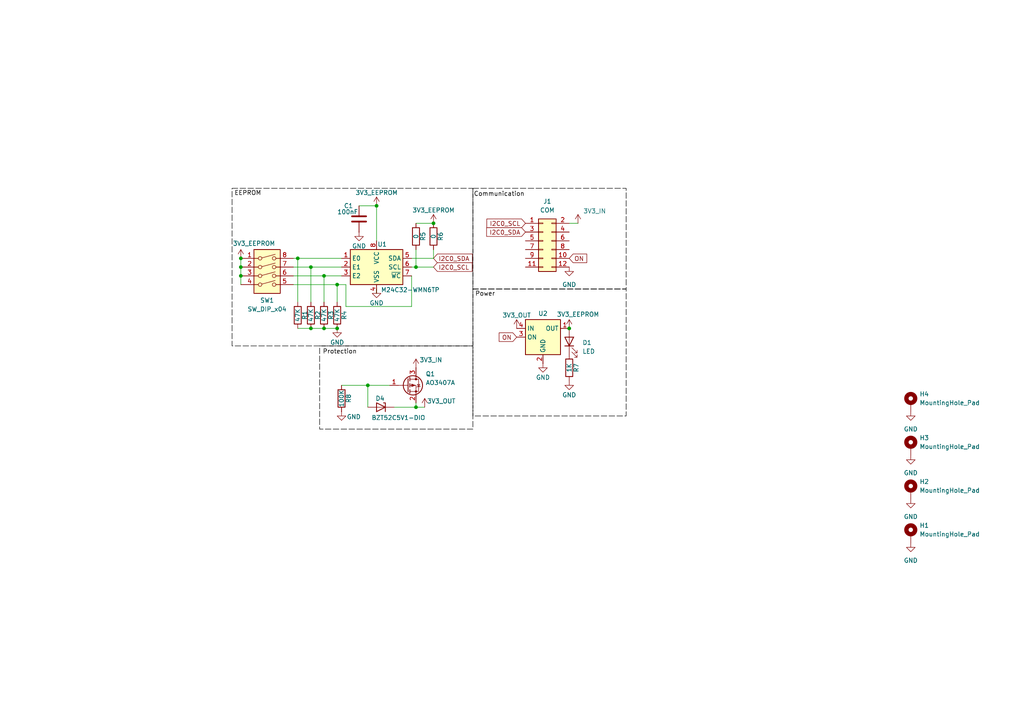
<source format=kicad_sch>
(kicad_sch (version 20250114) (generator "eeschema") (generator_version "9.0")
  (paper "A4")
  (title_block (title "EEPROM_Board") (date "2025-10-26") (rev "1.0") (company "PKl"))
  (lib_symbols
    (symbol "Connector_Generic:Conn_02x06_Odd_Even" (pin_names (offset 1.016) (hide yes))
      (property "Reference" "J" (at 1.27 7.62 0))
      (property "Value" "Conn_02x06_Odd_Even" (at 1.27 -10.16 0))
      (symbol "Conn_02x06_Odd_Even_1_1"
        (rectangle (start -1.27 6.35) (end 3.81 -8.89) (stroke (width 0.254)) (fill (type background)))
        (rectangle (start -1.27 5.207) (end 0 4.953) (stroke (width 0.1524)))
        (rectangle (start -1.27 2.667) (end 0 2.413) (stroke (width 0.1524)))
        (rectangle (start -1.27 0.127) (end 0 -0.127) (stroke (width 0.1524)))
        (rectangle (start -1.27 -2.413) (end 0 -2.667) (stroke (width 0.1524)))
        (rectangle (start -1.27 -4.953) (end 0 -5.207) (stroke (width 0.1524)))
        (rectangle (start -1.27 -7.493) (end 0 -7.747) (stroke (width 0.1524)))
        (rectangle (start 3.81 5.207) (end 2.54 4.953) (stroke (width 0.1524)))
        (rectangle (start 3.81 2.667) (end 2.54 2.413) (stroke (width 0.1524)))
        (rectangle (start 3.81 0.127) (end 2.54 -0.127) (stroke (width 0.1524)))
        (rectangle (start 3.81 -2.413) (end 2.54 -2.667) (stroke (width 0.1524)))
        (rectangle (start 3.81 -4.953) (end 2.54 -5.207) (stroke (width 0.1524)))
        (rectangle (start 3.81 -7.493) (end 2.54 -7.747) (stroke (width 0.1524)))
        (pin passive line (at -5.08 5.08 0) (length 3.81) (name "Pin_1") (number "1"))
        (pin passive line (at -5.08 2.54 0) (length 3.81) (name "Pin_3") (number "3"))
        (pin passive line (at -5.08 0 0) (length 3.81) (name "Pin_5") (number "5"))
        (pin passive line (at -5.08 -2.54 0) (length 3.81) (name "Pin_7") (number "7"))
        (pin passive line (at -5.08 -5.08 0) (length 3.81) (name "Pin_9") (number "9"))
        (pin passive line (at -5.08 -7.62 0) (length 3.81) (name "Pin_11") (number "11"))
        (pin passive line (at 7.62 5.08 180) (length 3.81) (name "Pin_2") (number "2"))
        (pin passive line (at 7.62 2.54 180) (length 3.81) (name "Pin_4") (number "4"))
        (pin passive line (at 7.62 0 180) (length 3.81) (name "Pin_6") (number "6"))
        (pin passive line (at 7.62 -2.54 180) (length 3.81) (name "Pin_8") (number "8"))
        (pin passive line (at 7.62 -5.08 180) (length 3.81) (name "Pin_10") (number "10"))
        (pin passive line (at 7.62 -7.62 180) (length 3.81) (name "Pin_12") (number "12"))
      )
    )
    (symbol "Device:C" (pin_numbers (hide yes)) (pin_names (offset 0.254))
      (property "Reference" "C" (at 0.635 2.54 0))
      (property "Value" "C" (at 0.635 -2.54 0))
      (symbol "C_0_1"
        (polyline (pts (xy -2.032 0.762) (xy 2.032 0.762)) (stroke (width 0.508)))
        (polyline (pts (xy -2.032 -0.762) (xy 2.032 -0.762)) (stroke (width 0.508)))
      )
      (symbol "C_1_1"
        (pin passive line (at 0 3.81 270) (length 2.794) (name "~") (number "1"))
        (pin passive line (at 0 -3.81 90) (length 2.794) (name "~") (number "2"))
      )
    )
    (symbol "Device:LED" (pin_numbers (hide yes)) (pin_names (offset 1.016) (hide yes))
      (property "Reference" "D" (at 0 2.54 0))
      (property "Value" "LED" (at 0 -2.54 0))
      (symbol "LED_0_1"
        (polyline (pts (xy -3.048 -0.762) (xy -4.572 -2.286) (xy -3.81 -2.286) (xy -4.572 -2.286) (xy -4.572 -1.524)))
        (polyline (pts (xy -1.778 -0.762) (xy -3.302 -2.286) (xy -2.54 -2.286) (xy -3.302 -2.286) (xy -3.302 -1.524)))
        (polyline (pts (xy -1.27 0) (xy 1.27 0)))
        (polyline (pts (xy -1.27 -1.27) (xy -1.27 1.27)) (stroke (width 0.254)))
        (polyline (pts (xy 1.27 -1.27) (xy 1.27 1.27) (xy -1.27 0) (xy 1.27 -1.27)) (stroke (width 0.254)))
      )
      (symbol "LED_1_1"
        (pin passive line (at -3.81 0 0) (length 2.54) (name "K") (number "1"))
        (pin passive line (at 3.81 0 180) (length 2.54) (name "A") (number "2"))
      )
    )
    (symbol "Device:R" (pin_numbers (hide yes)) (pin_names (offset 0))
      (property "Reference" "R" (at 2.032 0 90))
      (property "Value" "R" (at 0 0 90))
      (symbol "R_0_1"
        (rectangle (start -1.016 -2.54) (end 1.016 2.54) (stroke (width 0.254)))
      )
      (symbol "R_1_1"
        (pin passive line (at 0 3.81 270) (length 1.27) (name "~") (number "1"))
        (pin passive line (at 0 -3.81 90) (length 1.27) (name "~") (number "2"))
      )
    )
    (symbol "Diode:BZT52Bxx" (pin_numbers (hide yes)) (pin_names (hide yes))
      (property "Reference" "D" (at 0 2.54 0))
      (property "Value" "BZT52Bxx" (at 0 -2.54 0))
      (symbol "BZT52Bxx_0_1"
        (polyline (pts (xy -1.27 -1.27) (xy -1.27 1.27) (xy -0.762 1.27)) (stroke (width 0.254)))
        (polyline (pts (xy 1.27 0) (xy -1.27 0)))
        (polyline (pts (xy 1.27 -1.27) (xy 1.27 1.27) (xy -1.27 0) (xy 1.27 -1.27)) (stroke (width 0.254)))
      )
      (symbol "BZT52Bxx_1_1"
        (pin passive line (at -3.81 0 0) (length 2.54) (name "K") (number "1"))
        (pin passive line (at 3.81 0 180) (length 2.54) (name "A") (number "2"))
      )
    )
    (symbol "Mechanical:MountingHole_Pad" (pin_numbers (hide yes)) (pin_names (offset 1.016) (hide yes)) (in_bom no)
      (property "Reference" "H" (at 0 6.35 0))
      (property "Value" "MountingHole_Pad" (at 0 4.445 0))
      (symbol "MountingHole_Pad_0_1"
        (circle (center 0 1.27) (radius 1.27) (stroke (width 1.27)))
      )
      (symbol "MountingHole_Pad_1_1"
        (pin input line (at 0 -2.54 90) (length 2.54) (name "1") (number "1"))
      )
    )
    (symbol "Memory_EEPROM:M24C02-WMN"
      (property "Reference" "U" (at -6.35 6.35 0))
      (property "Value" "M24C02-WMN" (at 7.62 6.35 0))
      (symbol "M24C02-WMN_0_1"
        (rectangle (start -7.62 5.08) (end 7.62 -5.08) (stroke (width 0.254)) (fill (type background)))
      )
      (symbol "M24C02-WMN_1_1"
        (pin input line (at -10.16 2.54 0) (length 2.54) (name "E0") (number "1"))
        (pin input line (at -10.16 0 0) (length 2.54) (name "E1") (number "2"))
        (pin input line (at -10.16 -2.54 0) (length 2.54) (name "E2") (number "3"))
        (pin power_in line (at 0 7.62 270) (length 2.54) (name "VCC") (number "8"))
        (pin power_in line (at 0 -7.62 90) (length 2.54) (name "VSS") (number "4"))
        (pin bidirectional line (at 10.16 2.54 180) (length 2.54) (name "SDA") (number "5"))
        (pin input line (at 10.16 0 180) (length 2.54) (name "SCL") (number "6"))
        (pin input line (at 10.16 -2.54 180) (length 2.54) (name "~{WC}") (number "7"))
      )
    )
    (symbol "Power_Management:SiP32431DR3"
      (property "Reference" "U" (at 0 8.89 0))
      (property "Value" "SiP32431DR3" (at 0 6.35 0))
      (symbol "SiP32431DR3_0_1"
        (rectangle (start -5.08 5.08) (end 5.08 -5.08) (stroke (width 0.254)) (fill (type background)))
      )
      (symbol "SiP32431DR3_1_1"
        (pin passive line (at -7.62 2.54 0) (length 2.54) (name "IN") (number "4"))
        (pin input line (at -7.62 0 0) (length 2.54) (name "ON") (number "3"))
        (pin power_in line (at 0 -7.62 90) (length 2.54) (name "GND") (number "2"))
        (pin passive line (at 0 -7.62 90) (length 2.54) (hide yes) (name "GND") (number "5"))
        (pin no_connect line (at 5.08 0 180) (length 2.54) (hide yes) (name "NC") (number "6"))
        (pin passive line (at 7.62 2.54 180) (length 2.54) (name "OUT") (number "1"))
      )
    )
    (symbol "Switch:SW_DIP_x04" (pin_names (offset 0) (hide yes))
      (property "Reference" "SW" (at 0 8.89 0))
      (property "Value" "SW_DIP_x04" (at 0 -6.35 0))
      (symbol "SW_DIP_x04_0_0"
        (circle (center -2.032 5.08) (radius 0.508))
        (circle (center -2.032 2.54) (radius 0.508))
        (circle (center -2.032 0) (radius 0.508))
        (circle (center -2.032 -2.54) (radius 0.508))
        (polyline (pts (xy -1.524 5.207) (xy 2.3622 6.2484)))
        (polyline (pts (xy -1.524 2.667) (xy 2.3622 3.7084)))
        (polyline (pts (xy -1.524 0.127) (xy 2.3622 1.1684)))
        (polyline (pts (xy -1.524 -2.3876) (xy 2.3622 -1.3462)))
        (circle (center 2.032 5.08) (radius 0.508))
        (circle (center 2.032 2.54) (radius 0.508))
        (circle (center 2.032 0) (radius 0.508))
        (circle (center 2.032 -2.54) (radius 0.508))
      )
      (symbol "SW_DIP_x04_0_1"
        (rectangle (start -3.81 7.62) (end 3.81 -5.08) (stroke (width 0.254)) (fill (type background)))
      )
      (symbol "SW_DIP_x04_1_1"
        (pin passive line (at -7.62 5.08 0) (length 5.08) (name "~") (number "1"))
        (pin passive line (at -7.62 2.54 0) (length 5.08) (name "~") (number "2"))
        (pin passive line (at -7.62 0 0) (length 5.08) (name "~") (number "3"))
        (pin passive line (at -7.62 -2.54 0) (length 5.08) (name "~") (number "4"))
        (pin passive line (at 7.62 5.08 180) (length 5.08) (name "~") (number "8"))
        (pin passive line (at 7.62 2.54 180) (length 5.08) (name "~") (number "7"))
        (pin passive line (at 7.62 0 180) (length 5.08) (name "~") (number "6"))
        (pin passive line (at 7.62 -2.54 180) (length 5.08) (name "~") (number "5"))
      )
    )
    (symbol "Transistor_FET:AO3401A" (pin_names (hide yes))
      (property "Reference" "Q" (at 5.08 1.905 0))
      (property "Value" "AO3401A" (at 5.08 0 0))
      (symbol "AO3401A_0_1"
        (polyline (pts (xy 0.254 1.905) (xy 0.254 -1.905)) (stroke (width 0.254)))
        (polyline (pts (xy 0.254 0) (xy -2.54 0)))
        (polyline (pts (xy 0.762 2.286) (xy 0.762 1.27)) (stroke (width 0.254)))
        (polyline (pts (xy 0.762 1.778) (xy 3.302 1.778) (xy 3.302 -1.778) (xy 0.762 -1.778)))
        (polyline (pts (xy 0.762 0.508) (xy 0.762 -0.508)) (stroke (width 0.254)))
        (polyline (pts (xy 0.762 -1.27) (xy 0.762 -2.286)) (stroke (width 0.254)))
        (circle (center 1.651 0) (radius 2.794) (stroke (width 0.254)))
        (polyline (pts (xy 2.286 0) (xy 1.27 0.381) (xy 1.27 -0.381) (xy 2.286 0)) (fill (type outline)))
        (polyline (pts (xy 2.54 2.54) (xy 2.54 1.778)))
        (circle (center 2.54 1.778) (radius 0.254) (fill (type outline)))
        (circle (center 2.54 -1.778) (radius 0.254) (fill (type outline)))
        (polyline (pts (xy 2.54 -2.54) (xy 2.54 0) (xy 0.762 0)))
        (polyline (pts (xy 2.794 -0.508) (xy 2.921 -0.381) (xy 3.683 -0.381) (xy 3.81 -0.254)))
        (polyline (pts (xy 3.302 -0.381) (xy 2.921 0.254) (xy 3.683 0.254) (xy 3.302 -0.381)))
      )
      (symbol "AO3401A_1_1"
        (pin input line (at -5.08 0 0) (length 2.54) (name "G") (number "1"))
        (pin passive line (at 2.54 5.08 270) (length 2.54) (name "D") (number "3"))
        (pin passive line (at 2.54 -5.08 90) (length 2.54) (name "S") (number "2"))
      )
    )
    (symbol "power:+3.3V" (power) (pin_numbers (hide yes)) (pin_names (offset 0) (hide yes))
      (property "Value" "+3.3V" (at 0 3.556 0))
      (symbol "+3.3V_0_1"
        (polyline (pts (xy -0.762 1.27) (xy 0 2.54)))
        (polyline (pts (xy 0 2.54) (xy 0.762 1.27)))
        (polyline (pts (xy 0 0) (xy 0 2.54)))
      )
      (symbol "+3.3V_1_1"
        (pin power_in line (at 0 0 90) (length 0) (name "~") (number "1"))
      )
    )
    (symbol "power:GND" (power) (pin_numbers (hide yes)) (pin_names (offset 0) (hide yes))
      (property "Value" "GND" (at 0 -3.81 0))
      (symbol "GND_0_1"
        (polyline (pts (xy 0 0) (xy 0 -1.27) (xy 1.27 -1.27) (xy 0 -2.54) (xy -1.27 -1.27) (xy 0 -1.27)))
      )
      (symbol "GND_1_1"
        (pin power_in line (at 0 0 270) (length 0) (name "~") (number "1"))
      )
    )
  )
  (rectangle (start 92.71 100.33) (end 137.16 124.46) (stroke (width 0) (type dash) (color 0 0 0 1)))
  (rectangle (start 137.16 54.61) (end 181.61 83.82) (stroke (width 0) (type dash) (color 0 0 0 1)))
  (rectangle (start 67.31 54.61) (end 137.16 100.33) (stroke (width 0) (type dash) (color 0 0 0 1)))
  (rectangle (start 137.16 83.82) (end 181.61 120.65) (stroke (width 0) (type dash) (color 0 0 0 1)))
  (text "Communication" (at 144.78 56.388 0) (effects (font (size 1.27 1.27))))
  (text "Power" (at 140.716 85.344 0) (effects (font (size 1.27 1.27))))
  (text "EEPROM" (at 71.882 56.134 0) (effects (font (size 1.27 1.27))))
  (text "Protection" (at 98.552 102.108 0) (effects (font (size 1.27 1.27))))
  (junction (at 90.17 95.25))
  (junction (at 120.65 118.11))
  (junction (at 86.36 74.93))
  (junction (at 165.1 95.25))
  (junction (at 90.17 77.47))
  (junction (at 97.79 82.55))
  (junction (at 106.68 111.76))
  (junction (at 120.65 77.47))
  (junction (at 109.22 59.69))
  (junction (at 97.79 95.25))
  (junction (at 125.73 64.77))
  (junction (at 69.85 80.01))
  (junction (at 69.85 77.47))
  (junction (at 69.85 74.93))
  (junction (at 93.98 80.01))
  (junction (at 93.98 95.25))
  (wire (pts (xy 167.64 64.77) (xy 165.1 64.77)))
  (wire (pts (xy 93.98 80.01) (xy 93.98 87.63)))
  (wire (pts (xy 90.17 77.47) (xy 90.17 87.63)))
  (wire (pts (xy 104.14 59.69) (xy 109.22 59.69)))
  (wire (pts (xy 86.36 95.25) (xy 90.17 95.25)))
  (wire (pts (xy 69.85 80.01) (xy 69.85 82.55)))
  (wire (pts (xy 120.65 64.77) (xy 125.73 64.77)))
  (wire (pts (xy 93.98 95.25) (xy 97.79 95.25)))
  (wire (pts (xy 106.68 111.76) (xy 106.68 118.11)))
  (wire (pts (xy 120.65 77.47) (xy 125.73 77.47)))
  (wire (pts (xy 86.36 74.93) (xy 86.36 87.63)))
  (wire (pts (xy 109.22 85.09) (xy 109.22 83.82)))
  (wire (pts (xy 97.79 82.55) (xy 97.79 87.63)))
  (wire (pts (xy 69.85 77.47) (xy 69.85 80.01)))
  (wire (pts (xy 120.65 116.84) (xy 120.65 118.11)))
  (wire (pts (xy 90.17 95.25) (xy 93.98 95.25)))
  (wire (pts (xy 100.33 88.9) (xy 119.38 88.9)))
  (wire (pts (xy 85.09 82.55) (xy 97.79 82.55)))
  (wire (pts (xy 120.65 118.11) (xy 123.19 118.11)))
  (wire (pts (xy 106.68 111.76) (xy 113.03 111.76)))
  (wire (pts (xy 99.06 111.76) (xy 106.68 111.76)))
  (wire (pts (xy 86.36 74.93) (xy 99.06 74.93)))
  (wire (pts (xy 125.73 72.39) (xy 125.73 74.93)))
  (wire (pts (xy 97.79 82.55) (xy 100.33 82.55)))
  (wire (pts (xy 109.22 59.69) (xy 109.22 69.85)))
  (wire (pts (xy 114.3 118.11) (xy 120.65 118.11)))
  (wire (pts (xy 120.65 72.39) (xy 120.65 77.47)))
  (wire (pts (xy 90.17 77.47) (xy 99.06 77.47)))
  (wire (pts (xy 85.09 80.01) (xy 93.98 80.01)))
  (wire (pts (xy 85.09 74.93) (xy 86.36 74.93)))
  (wire (pts (xy 69.85 74.93) (xy 69.85 77.47)))
  (wire (pts (xy 119.38 77.47) (xy 120.65 77.47)))
  (wire (pts (xy 93.98 80.01) (xy 99.06 80.01)))
  (wire (pts (xy 100.33 82.55) (xy 100.33 88.9)))
  (wire (pts (xy 119.38 74.93) (xy 125.73 74.93)))
  (wire (pts (xy 85.09 77.47) (xy 90.17 77.47)))
  (wire (pts (xy 119.38 88.9) (xy 119.38 80.01)))
  (global_label "I2C0_SDA" (shape input) (at 125.73 74.93 0) (property "Intersheetrefs" "${INTERSHEET_REFS}" (effects (hide yes))))
  (global_label "I2C0_SDA" (shape input) (at 152.4 67.31 180) (property "Intersheetrefs" "${INTERSHEET_REFS}" (effects (hide yes))))
  (global_label "I2C0_SCL" (shape input) (at 152.4 64.77 180) (property "Intersheetrefs" "${INTERSHEET_REFS}" (effects (hide yes))))
  (global_label "ON" (shape input) (at 165.1 74.93 0) (property "Intersheetrefs" "${INTERSHEET_REFS}" (effects (hide yes))))
  (global_label "I2C0_SCL" (shape input) (at 125.73 77.47 0) (property "Intersheetrefs" "${INTERSHEET_REFS}" (effects (hide yes))))
  (global_label "ON" (shape input) (at 149.86 97.79 180) (property "Intersheetrefs" "${INTERSHEET_REFS}" (effects (hide yes))))
  (symbol (lib_id "Power_Management:SiP32431DR3") (at 157.48 97.79 0) (unit 1)
    (property "Reference" "U2" (at 157.48 90.932 0))
    (property "Value" "SIP32431DR3-T1GE3" (effects (hide yes)))
    (property "Footprint" "Package_TO_SOT_SMD:SOT-363_SC-70-6" (effects (hide yes)))
    (property "Datasheet" "http://www.vishay.com.hk/docs/66597/sip32431.pdf" (effects (hide yes)))
    (property "Description" "10 pA, Ultra Low Leakage and Quiescent Current, Load Switch with Reverse Blocking, High Enable, SC-70-6" (effects (hide yes)))
  )
  (symbol (lib_id "power:GND") (at 165.1 110.49 0) (unit 1)
    (property "Reference" "#PWR011" (effects (hide yes)))
    (property "Value" "GND" (at 165.1 114.554 0))
    (property "Description" "Power symbol creates a global label with name \"GND\" , ground" (effects (hide yes)))
  )
  (symbol (lib_id "power:GND") (at 264.16 144.78 0) (unit 1)
    (property "Reference" "#PWR077" (effects (hide yes)))
    (property "Value" "GND" (at 264.16 149.86 0))
    (property "Description" "Power symbol creates a global label with name \"GND\" , ground" (effects (hide yes)))
  )
  (symbol (lib_id "power:+3.3V") (at 109.22 59.69 0) (unit 1)
    (property "Reference" "#PWR04" (effects (hide yes)))
    (property "Value" "3V3_EEPROM" (at 109.22 55.88 0))
    (property "Description" "Power symbol creates a global label with name \"+3.3V\"" (effects (hide yes)))
  )
  (symbol (lib_id "power:GND") (at 157.48 105.41 0) (unit 1)
    (property "Reference" "#PWR08" (effects (hide yes)))
    (property "Value" "GND" (at 157.48 109.474 0))
    (property "Description" "Power symbol creates a global label with name \"GND\" , ground" (effects (hide yes)))
  )
  (symbol (lib_id "Memory_EEPROM:M24C02-WMN") (at 109.22 77.47 0) (unit 1)
    (property "Reference" "U1" (at 109.474 70.866 0) (effects (justify left)))
    (property "Value" "M24C32-WMN6TP" (at 110.49 84.074 0) (effects (justify left)))
    (property "Footprint" "Package_SO:SOIC-8_3.9x4.9mm_P1.27mm" (effects (hide yes)))
    (property "Datasheet" "http://www.st.com/content/ccc/resource/technical/document/datasheet/b0/d8/50/40/5a/85/49/6f/DM00071904.pdf/files/DM00071904.pdf/jcr:content/translations/en.DM00071904.pdf" (effects (hide yes)))
    (property "Description" "2Kb (256x8) I2C Serial EEPROM, 2.5-5.5V, SOIC-8" (effects (hide yes)))
  )
  (symbol (lib_id "Diode:BZT52Bxx") (at 110.49 118.11 0) (mirror y) (unit 1)
    (property "Reference" "D4" (at 110.236 115.57 0))
    (property "Value" "BZT52C5V1-DIO" (at 115.57 121.158 0))
    (property "Footprint" "Diode_SMD:D_SOD-123F" (effects (hide yes)))
    (property "Datasheet" "https://diotec.com/tl_files/diotec/files/pdf/datasheets/bzt52b2v4.pdf" (effects (hide yes)))
    (property "Description" "500mW Zener Diode, SOD-123F" (effects (hide yes)))
  )
  (symbol (lib_id "power:+3.3V") (at 120.65 106.68 0) (unit 1)
    (property "Reference" "#PWR0101" (effects (hide yes)))
    (property "Value" "3V3_IN" (at 124.968 104.394 0))
    (property "Description" "Power symbol creates a global label with name \"+3.3V\"" (effects (hide yes)))
  )
  (symbol (lib_id "Mechanical:MountingHole_Pad") (at 264.16 116.84 0) (unit 1) (in_bom no)
    (property "Reference" "H4" (at 266.7 114.2999 0) (effects (justify left)))
    (property "Value" "MountingHole_Pad" (at 266.7 116.8399 0) (effects (justify left)))
    (property "Footprint" "MountingHole:MountingHole_3.2mm_M3_DIN965_Pad" (effects (hide yes)))
    (property "Description" "Mounting Hole with connection" (effects (hide yes)))
  )
  (symbol (lib_id "Mechanical:MountingHole_Pad") (at 264.16 129.54 0) (unit 1) (in_bom no)
    (property "Reference" "H3" (at 266.7 126.9999 0) (effects (justify left)))
    (property "Value" "MountingHole_Pad" (at 266.7 129.5399 0) (effects (justify left)))
    (property "Footprint" "MountingHole:MountingHole_3.2mm_M3_DIN965_Pad" (effects (hide yes)))
    (property "Description" "Mounting Hole with connection" (effects (hide yes)))
  )
  (symbol (lib_id "power:GND") (at 264.16 157.48 0) (unit 1)
    (property "Reference" "#PWR078" (effects (hide yes)))
    (property "Value" "GND" (at 264.16 162.56 0))
    (property "Description" "Power symbol creates a global label with name \"GND\" , ground" (effects (hide yes)))
  )
  (symbol (lib_id "power:GND") (at 264.16 119.38 0) (unit 1)
    (property "Reference" "#PWR0132" (effects (hide yes)))
    (property "Value" "GND" (at 264.16 124.46 0))
    (property "Description" "Power symbol creates a global label with name \"GND\" , ground" (effects (hide yes)))
  )
  (symbol (lib_id "power:+3.3V") (at 125.73 64.77 0) (unit 1)
    (property "Reference" "#PWR06" (effects (hide yes)))
    (property "Value" "3V3_EEPROM" (at 125.73 60.96 0))
    (property "Description" "Power symbol creates a global label with name \"+3.3V\"" (effects (hide yes)))
  )
  (symbol (lib_id "Device:R") (at 90.17 91.44 180) (unit 1)
    (property "Reference" "R2" (at 92.202 91.44 90))
    (property "Value" "47K" (at 90.17 91.44 90))
    (property "Footprint" "Resistor_SMD:R_0805_2012Metric" (effects (hide yes)))
    (property "Description" "Resistor" (effects (hide yes)))
  )
  (symbol (lib_id "Device:C") (at 104.14 63.5 0) (unit 1)
    (property "Reference" "C1" (at 101.092 59.69 0))
    (property "Value" "100nF" (at 100.838 61.468 0))
    (property "Footprint" "Capacitor_SMD:C_0805_2012Metric" (effects (hide yes)))
    (property "Description" "Unpolarized capacitor" (effects (hide yes)))
  )
  (symbol (lib_id "power:+3.3V") (at 167.64 64.77 0) (unit 1)
    (property "Reference" "#PWR012" (effects (hide yes)))
    (property "Value" "3V3_IN" (at 172.466 61.214 0))
    (property "Description" "Power symbol creates a global label with name \"+3.3V\"" (effects (hide yes)))
  )
  (symbol (lib_id "Device:R") (at 165.1 106.68 180) (unit 1)
    (property "Reference" "R7" (at 167.132 106.68 90))
    (property "Value" "1K" (at 165.1 106.68 90))
    (property "Footprint" "Resistor_SMD:R_0805_2012Metric" (effects (hide yes)))
    (property "Description" "Resistor" (effects (hide yes)))
  )
  (symbol (lib_id "Mechanical:MountingHole_Pad") (at 264.16 142.24 0) (unit 1) (in_bom no)
    (property "Reference" "H2" (at 266.7 139.6999 0) (effects (justify left)))
    (property "Value" "MountingHole_Pad" (at 266.7 142.2399 0) (effects (justify left)))
    (property "Footprint" "MountingHole:MountingHole_3.2mm_M3_DIN965_Pad" (effects (hide yes)))
    (property "Description" "Mounting Hole with connection" (effects (hide yes)))
  )
  (symbol (lib_id "Transistor_FET:AO3401A") (at 118.11 111.76 0) (unit 1)
    (property "Reference" "Q1" (at 123.444 108.458 0) (effects (justify left)))
    (property "Value" "AO3407A" (at 123.444 110.998 0) (effects (justify left)))
    (property "Footprint" "Package_TO_SOT_SMD:SOT-23" (effects (hide yes)))
    (property "Datasheet" "http://www.aosmd.com/pdfs/datasheet/AO3401A.pdf" (effects (hide yes)))
    (property "Description" "-4.0A Id, -30V Vds, P-Channel MOSFET, SOT-23" (effects (hide yes)))
  )
  (symbol (lib_id "Switch:SW_DIP_x04") (at 77.47 80.01 0) (unit 1)
    (property "Reference" "SW1" (at 77.47 87.122 0))
    (property "Value" "SW_DIP_x04" (at 77.47 89.662 0))
    (property "Footprint" "Button_Switch_THT:SW_DIP_SPSTx04_Slide_9.78x12.34mm_W7.62mm_P2.54mm" (effects (hide yes)))
    (property "Description" "4x DIP Switch, Single Pole Single Throw (SPST) switch, small symbol" (effects (hide yes)))
  )
  (symbol (lib_id "power:GND") (at 165.1 77.47 0) (unit 1)
    (property "Reference" "#PWR09" (effects (hide yes)))
    (property "Value" "GND" (at 165.1 82.55 0))
    (property "Description" "Power symbol creates a global label with name \"GND\" , ground" (effects (hide yes)))
  )
  (symbol (lib_id "power:GND") (at 264.16 132.08 0) (unit 1)
    (property "Reference" "#PWR0131" (effects (hide yes)))
    (property "Value" "GND" (at 264.16 137.16 0))
    (property "Description" "Power symbol creates a global label with name \"GND\" , ground" (effects (hide yes)))
  )
  (symbol (lib_id "Connector_Generic:Conn_02x06_Odd_Even") (at 157.48 69.85 0) (unit 1)
    (property "Reference" "J1" (at 158.75 58.42 0))
    (property "Value" "COM" (at 158.75 60.96 0))
    (property "Footprint" "Connector_PinHeader_2.54mm:PinHeader_2x06_P2.54mm_Vertical" (effects (hide yes)))
    (property "Description" "Generic connector, double row, 02x06, odd/even pin numbering scheme (row 1 odd numbers, row 2 even numbers), script generated (kicad-library-utils/schlib/autogen/connector/)" (effects (hide yes)))
  )
  (symbol (lib_id "power:GND") (at 109.22 83.82 0) (unit 1)
    (property "Reference" "#PWR05" (effects (hide yes)))
    (property "Value" "GND" (at 109.22 87.884 0))
    (property "Description" "Power symbol creates a global label with name \"GND\" , ground" (effects (hide yes)))
  )
  (symbol (lib_id "power:+3.3V") (at 149.86 95.25 0) (unit 1)
    (property "Reference" "#PWR07" (effects (hide yes)))
    (property "Value" "3V3_OUT" (at 149.86 91.44 0))
    (property "Description" "Power symbol creates a global label with name \"+3.3V\"" (effects (hide yes)))
  )
  (symbol (lib_id "Device:R") (at 120.65 68.58 180) (unit 1)
    (property "Reference" "R5" (at 122.682 68.58 90))
    (property "Value" "0" (at 120.65 68.58 90))
    (property "Footprint" "Resistor_SMD:R_0805_2012Metric" (effects (hide yes)))
    (property "Description" "Resistor" (effects (hide yes)))
  )
  (symbol (lib_id "Device:LED") (at 165.1 99.06 90) (unit 1)
    (property "Reference" "D1" (at 168.91 99.3774 90) (effects (justify right)))
    (property "Value" "LED" (at 168.91 101.9174 90) (effects (justify right)))
    (property "Footprint" "LED_SMD:LED_0805_2012Metric" (effects (hide yes)))
    (property "Description" "Light emitting diode" (effects (hide yes)))
    (property "Sim.Pins" "1=K 2=A" (effects (hide yes)))
  )
  (symbol (lib_id "Device:R") (at 99.06 115.57 180) (unit 1)
    (property "Reference" "R8" (at 101.092 115.57 90))
    (property "Value" "100K" (at 99.06 115.57 90))
    (property "Footprint" "Resistor_SMD:R_0805_2012Metric" (effects (hide yes)))
    (property "Description" "Resistor" (effects (hide yes)))
  )
  (symbol (lib_id "Mechanical:MountingHole_Pad") (at 264.16 154.94 0) (unit 1) (in_bom no)
    (property "Reference" "H1" (at 266.7 152.3999 0) (effects (justify left)))
    (property "Value" "MountingHole_Pad" (at 266.7 154.9399 0) (effects (justify left)))
    (property "Footprint" "MountingHole:MountingHole_3.2mm_M3_DIN965_Pad" (effects (hide yes)))
    (property "Description" "Mounting Hole with connection" (effects (hide yes)))
  )
  (symbol (lib_id "power:+3.3V") (at 69.85 74.93 0) (unit 1)
    (property "Reference" "#PWR01" (effects (hide yes)))
    (property "Value" "3V3_EEPROM" (at 73.66 70.612 0))
    (property "Description" "Power symbol creates a global label with name \"+3.3V\"" (effects (hide yes)))
  )
  (symbol (lib_id "Device:R") (at 93.98 91.44 180) (unit 1)
    (property "Reference" "R3" (at 96.012 91.44 90))
    (property "Value" "47K" (at 93.98 91.44 90))
    (property "Footprint" "Resistor_SMD:R_0805_2012Metric" (effects (hide yes)))
    (property "Description" "Resistor" (effects (hide yes)))
  )
  (symbol (lib_id "Device:R") (at 97.79 91.44 180) (unit 1)
    (property "Reference" "R4" (at 99.822 91.44 90))
    (property "Value" "47K" (at 97.79 91.44 90))
    (property "Footprint" "Resistor_SMD:R_0805_2012Metric" (effects (hide yes)))
    (property "Description" "Resistor" (effects (hide yes)))
  )
  (symbol (lib_id "power:GND") (at 104.14 67.31 0) (unit 1)
    (property "Reference" "#PWR03" (effects (hide yes)))
    (property "Value" "GND" (at 104.14 71.374 0))
    (property "Description" "Power symbol creates a global label with name \"GND\" , ground" (effects (hide yes)))
  )
  (symbol (lib_id "power:+3.3V") (at 123.19 118.11 0) (unit 1)
    (property "Reference" "#PWR0102" (effects (hide yes)))
    (property "Value" "3V3_OUT" (at 128.016 116.332 0))
    (property "Description" "Power symbol creates a global label with name \"+3.3V\"" (effects (hide yes)))
  )
  (symbol (lib_id "power:GND") (at 97.79 95.25 0) (unit 1)
    (property "Reference" "#PWR02" (effects (hide yes)))
    (property "Value" "GND" (at 97.79 99.314 0))
    (property "Description" "Power symbol creates a global label with name \"GND\" , ground" (effects (hide yes)))
  )
  (symbol (lib_id "Device:R") (at 125.73 68.58 180) (unit 1)
    (property "Reference" "R6" (at 127.762 68.58 90))
    (property "Value" "0" (at 125.73 68.58 90))
    (property "Footprint" "Resistor_SMD:R_0805_2012Metric" (effects (hide yes)))
    (property "Description" "Resistor" (effects (hide yes)))
  )
  (symbol (lib_id "Device:R") (at 86.36 91.44 180) (unit 1)
    (property "Reference" "R1" (at 88.392 91.44 90))
    (property "Value" "47K" (at 86.36 91.44 90))
    (property "Footprint" "Resistor_SMD:R_0805_2012Metric" (effects (hide yes)))
    (property "Description" "Resistor" (effects (hide yes)))
  )
  (symbol (lib_id "power:+3.3V") (at 165.1 95.25 0) (unit 1)
    (property "Reference" "#PWR010" (effects (hide yes)))
    (property "Value" "3V3_EEPROM" (at 167.64 91.186 0))
    (property "Description" "Power symbol creates a global label with name \"+3.3V\"" (effects (hide yes)))
  )
  (symbol (lib_id "power:GND") (at 99.06 119.38 0) (unit 1)
    (property "Reference" "#PWR081" (effects (hide yes)))
    (property "Value" "GND" (at 102.616 120.904 0))
    (property "Description" "Power symbol creates a global label with name \"GND\" , ground" (effects (hide yes)))
  )
)
</source>
